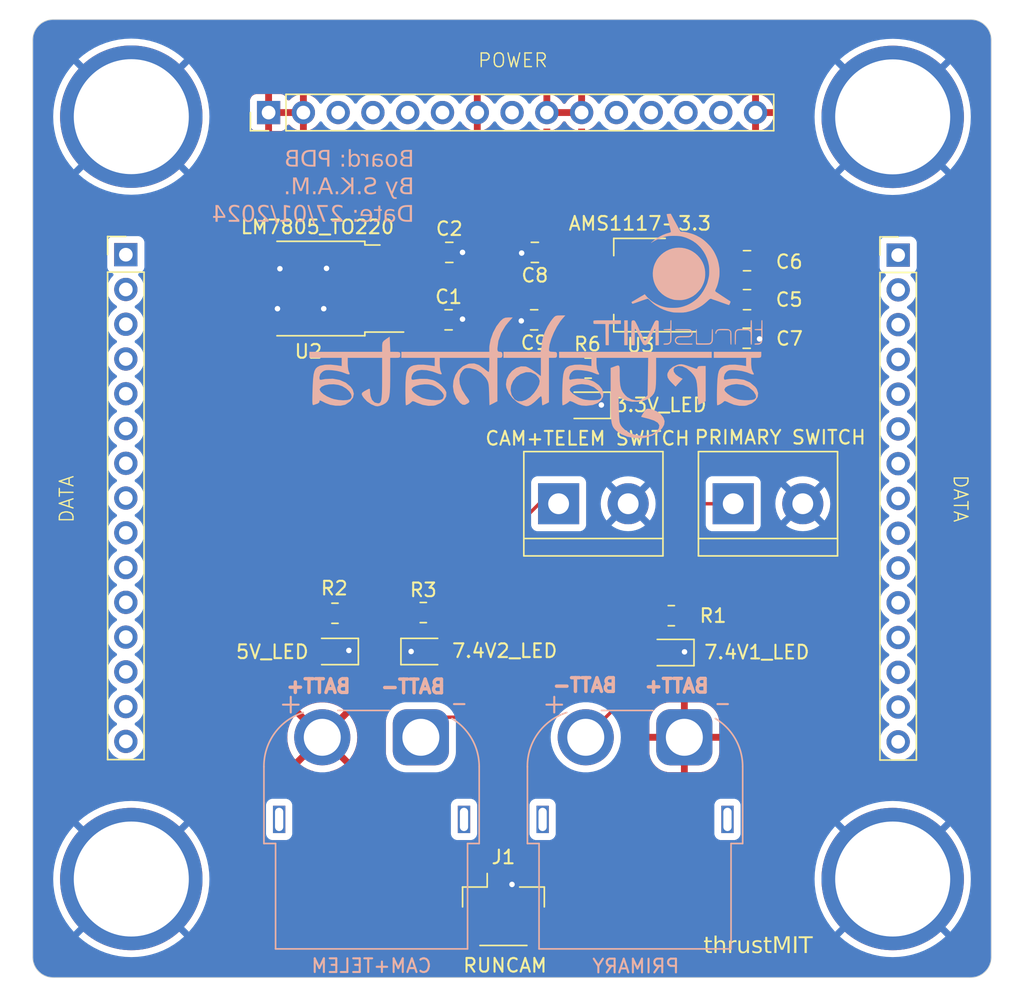
<source format=kicad_pcb>
(kicad_pcb (version 20221018) (generator pcbnew)
  (layers (0 "F.Cu" signal) (31 "B.Cu" signal) (34 "B.Paste" user) (35 "F.Paste" user) (36 "B.SilkS" user "B.Silkscreen") (37 "F.SilkS" user "F.Silkscreen") (38 "B.Mask" user) (39 "F.Mask" user) (44 "Edge.Cuts" user))
  (net 0 "")
  (net 1 "GND")
  (net 2 "5V")
  (net 34 "3.3V")
  (net 39 "7.4V2")
  (net 40 "7.4V1")
  (net 45 "Net-(C5-Pad2)")
  (net 46 "Net-(U3-GND)")
  (net 47 "Net-(D4-A)")
  (net 48 "Net-(D1-A)")
  (net 49 "Net-(D2-A)")
  (net 50 "Net-(D3-A)")
  (net 51 "7.4V1_SWITCH")
  (net 52 "7.4V2_SWITCH")
  (footprint "FC_Stack_template:FC_Stack_template" (layer "F.Cu") (at 127.9652 99.8728)
    (fp_text reference "U1" hide)
    (fp_text value "FC_stack")
    (fp_text user "DATA" (at -31.93 1.85 90 unlocked) (layer "F.SilkS") (effects (font (thickness 0.1)) (justify left bottom)))
    (fp_text user "DATA" (at 32.17 -1.8 -90 unlocked) (layer "F.SilkS") (effects (font (thickness 0.1)) (justify left bottom)))
    (fp_text user "thrustMIT" (at 13.98 33.41 unlocked) (layer "F.SilkS") (effects (font (size 1.2 1.2) (thickness 0.1)) (justify left bottom)))
    (fp_text user "POWER" (at -2.55 -31.43 unlocked) (layer "F.SilkS") (effects (font (thickness 0.1)) (justify left bottom)))
    (fp_line (start -35 33.5) (end -35 -33.5) (stroke (width 0.05)) (layer "Edge.Cuts"))
    (fp_line (start -33.5 -35) (end 33.5 -35) (stroke (width 0.05)) (layer "Edge.Cuts"))
    (fp_line (start 33.5 35) (end -33.5 35) (stroke (width 0.05)) (layer "Edge.Cuts"))
    (fp_line (start 35 -33.5) (end 35 33.5) (stroke (width 0.05)) (layer "Edge.Cuts"))
    (fp_arc (start -35 -33.5) (mid -34.56066 -34.56066) (end -33.5 -35) (stroke (width 0.05)) (layer "Edge.Cuts"))
    (fp_arc (start -33.5 35) (mid -34.56066 34.56066) (end -35 33.5) (stroke (width 0.05)) (layer "Edge.Cuts"))
    (fp_arc (start 33.5 -35) (mid 34.56066 -34.56066) (end 35 -33.5) (stroke (width 0.05)) (layer "Edge.Cuts"))
    (fp_arc (start 35 33.5) (mid 34.56066 34.56066) (end 33.5 35) (stroke (width 0.05)) (layer "Edge.Cuts"))
    (pad "1" thru_hole rect (at 28.2 -17.785) (size 1.7 1.7) (drill 1) (layers "*.Cu" "*.Mask"))
    (pad "2" thru_hole oval (at 28.2 -15.245) (size 1.7 1.7) (drill 1) (layers "*.Cu" "*.Mask"))
    (pad "3" thru_hole oval (at 28.2 -12.705) (size 1.7 1.7) (drill 1) (layers "*.Cu" "*.Mask"))
    (pad "4" thru_hole oval (at 28.2 -10.165) (size 1.7 1.7) (drill 1) (layers "*.Cu" "*.Mask"))
    (pad "5" thru_hole oval (at 28.2 -7.625) (size 1.7 1.7) (drill 1) (layers "*.Cu" "*.Mask"))
    (pad "6" thru_hole oval (at 28.2 -5.085) (size 1.7 1.7) (drill 1) (layers "*.Cu" "*.Mask"))
    (pad "7" thru_hole oval (at 28.2 -2.545) (size 1.7 1.7) (drill 1) (layers "*.Cu" "*.Mask"))
    (pad "8" thru_hole oval (at 28.2 -0.005) (size 1.7 1.7) (drill 1) (layers "*.Cu" "*.Mask"))
    (pad "9" thru_hole oval (at 28.2 2.535) (size 1.7 1.7) (drill 1) (layers "*.Cu" "*.Mask"))
    (pad "10" thru_hole oval (at 28.2 5.075) (size 1.7 1.7) (drill 1) (layers "*.Cu" "*.Mask"))
    (pad "11" thru_hole oval (at 28.2 7.615) (size 1.7 1.7) (drill 1) (layers "*.Cu" "*.Mask"))
    (pad "12" thru_hole oval (at 28.2 10.155) (size 1.7 1.7) (drill 1) (layers "*.Cu" "*.Mask"))
    (pad "13" thru_hole oval (at 28.2 12.695) (size 1.7 1.7) (drill 1) (layers "*.Cu" "*.Mask"))
    (pad "14" thru_hole oval (at 28.2 15.235) (size 1.7 1.7) (drill 1) (layers "*.Cu" "*.Mask"))
    (pad "15" thru_hole oval (at 28.2 17.775) (size 1.7 1.7) (drill 1) (layers "*.Cu" "*.Mask"))
    (pad "16" thru_hole oval (at -28.2 17.745) (size 1.7 1.7) (drill 1) (layers "*.Cu" "*.Mask"))
    (pad "17" thru_hole oval (at -28.2 15.205) (size 1.7 1.7) (drill 1) (layers "*.Cu" "*.Mask"))
    (pad "18" thru_hole oval (at -28.2 12.665) (size 1.7 1.7) (drill 1) (layers "*.Cu" "*.Mask"))
    (pad "19" thru_hole oval (at -28.2 10.125) (size 1.7 1.7) (drill 1) (layers "*.Cu" "*.Mask"))
    (pad "20" thru_hole oval (at -28.2 7.585) (size 1.7 1.7) (drill 1) (layers "*.Cu" "*.Mask"))
    (pad "21" thru_hole oval (at -28.2 5.045) (size 1.7 1.7) (drill 1) (layers "*.Cu" "*.Mask"))
    (pad "22" thru_hole oval (at -28.2 2.505) (size 1.7 1.7) (drill 1) (layers "*.Cu" "*.Mask"))
    (pad "23" thru_hole oval (at -28.2 -0.035) (size 1.7 1.7) (drill 1) (layers "*.Cu" "*.Mask"))
    (pad "24" thru_hole oval (at -28.2 -2.575) (size 1.7 1.7) (drill 1) (layers "*.Cu" "*.Mask"))
    (pad "25" thru_hole oval (at -28.2 -5.115) (size 1.7 1.7) (drill 1) (layers "*.Cu" "*.Mask"))
    (pad "26" thru_hole oval (at -28.2 -7.655) (size 1.7 1.7) (drill 1) (layers "*.Cu" "*.Mask"))
    (pad "27" thru_hole oval (at -28.2 -10.195) (size 1.7 1.7) (drill 1) (layers "*.Cu" "*.Mask"))
    (pad "28" thru_hole oval (at -28.2 -12.735) (size 1.7 1.7) (drill 1) (layers "*.Cu" "*.Mask"))
    (pad "29" thru_hole oval (at -28.2 -15.275) (size 1.7 1.7) (drill 1) (layers "*.Cu" "*.Mask"))
    (pad "30" thru_hole rect (at -28.2 -17.815) (size 1.7 1.7) (drill 1) (layers "*.Cu" "*.Mask"))
    (pad "31" thru_hole rect (at -17.775 -28.2 90) (size 1.7 1.7) (drill 1) (layers "*.Cu" "*.Mask") (net 2 "5V"))
    (pad "32" thru_hole oval (at -15.235 -28.2 90) (size 1.7 1.7) (drill 1) (layers "*.Cu" "*.Mask") (net 2 "5V"))
    (pad "33" thru_hole oval (at -12.695 -28.2 90) (size 1.7 1.7) (drill 1) (layers "*.Cu" "*.Mask"))
    (pad "34" thru_hole oval (at -10.155 -28.2 90) (size 1.7 1.7) (drill 1) (layers "*.Cu" "*.Mask"))
    (pad "35" thru_hole oval (at -7.615 -28.2 90) (size 1.7 1.7) (drill 1) (layers "*.Cu" "*.Mask"))
    (pad "36" thru_hole oval (at -5.075 -28.2 90) (size 1.7 1.7) (drill 1) (layers "*.Cu" "*.Mask"))
    (pad "37" thru_hole oval (at -2.535 -28.2 90) (size 1.7 1.7) (drill 1) (layers "*.Cu" "*.Mask") (net 34 "3.3V"))
    (pad "38" thru_hole oval (at 0.005 -28.2 90) (size 1.7 1.7) (drill 1) (layers "*.Cu" "*.Mask"))
    (pad "39" thru_hole oval (at 2.545 -28.2 90) (size 1.7 1.7) (drill 1) (layers "*.Cu" "*.Mask") (net 34 "3.3V"))
    (pad "40" thru_hole oval (at 5.085 -28.2 90) (size 1.7 1.7) (drill 1) (layers "*.Cu" "*.Mask") (net 34 "3.3V"))
    (pad "41" thru_hole oval (at 7.625 -28.2 90) (size 1.7 1.7) (drill 1) (layers "*.Cu" "*.Mask"))
    (pad "42" thru_hole oval (at 10.165 -28.2 90) (size 1.7 1.7) (drill 1) (layers "*.Cu" "*.Mask"))
    (pad "43" thru_hole oval (at 12.705 -28.2 90) (size 1.7 1.7) (drill 1) (layers "*.Cu" "*.Mask"))
    (pad "44" thru_hole oval (at 15.245 -28.2 90) (size 1.7 1.7) (drill 1) (layers "*.Cu" "*.Mask"))
    (pad "45" thru_hole oval (at 17.785 -28.2 90) (size 1.7 1.7) (drill 1) (layers "*.Cu" "*.Mask") (net 2 "5V"))
    (pad "49" thru_hole circle (at 27.8 27.8) (size 10.4 10.4) (drill 8.4) (layers "*.Cu" "*.Mask") (net 1 "GND"))
    (pad "50" thru_hole circle (at -27.8 27.8) (size 10.4 10.4) (drill 8.4) (layers "*.Cu" "*.Mask") (net 1 "GND"))
    (pad "51" thru_hole circle (at -27.8 -27.9) (size 10.4 10.4) (drill 8.4) (layers "*.Cu" "*.Mask") (net 1 "GND"))
    (pad "52" thru_hole circle (at 27.8 -27.885) (size 10.4 10.4) (drill 8.4) (layers "*.Cu" "*.Mask") (net 1 "GND"))
  )
  (footprint "LED_SMD:LED_0805_2012Metric" (layer "F.Cu") (at 115.0616 111.0488 180)
    (fp_text reference "5V_LED" (at 4.597 -0.0254) (layer "F.SilkS"))
    (fp_text value "LED")
    (pad "1" smd roundrect (at -0.9375 0 180) (size 0.975 1.4) (layers "F.Cu" "F.Paste" "F.Mask") (net 1 "GND"))
    (pad "2" smd roundrect (at 0.9375 0 180) (size 0.975 1.4) (layers "F.Cu" "F.Paste" "F.Mask") (net 49 "Net-(D2-A)"))
  )
  (footprint "Resistor_SMD:R_0805_2012Metric" (layer "F.Cu") (at 139.5984 108.4326 180)
    (fp_text reference "R1" (at -3.048 0) (layer "F.SilkS"))
    (fp_text value "220")
    (pad "1" smd roundrect (at -0.9125 0 180) (size 1.025 1.4) (layers "F.Cu" "F.Paste" "F.Mask") (roundrect_rratio 0.243902439) (net 40 "7.4V1"))
    (pad "2" smd roundrect (at 0.9125 0 180) (size 1.025 1.4) (layers "F.Cu" "F.Paste" "F.Mask") (roundrect_rratio 0.243902439) (net 48 "Net-(D1-A)"))
  )
  (footprint "LED_SMD:LED_0805_2012Metric" (layer "F.Cu") (at 139.5711 111.125 180)
    (fp_text reference "7.4V1_LED" (at -6.2757 0.0254) (layer "F.SilkS"))
    (fp_text value "LED")
    (pad "1" smd roundrect (at -0.9375 0 180) (size 0.975 1.4) (layers "F.Cu" "F.Paste" "F.Mask") (net 1 "GND"))
    (pad "2" smd roundrect (at 0.9375 0 180) (size 0.975 1.4) (layers "F.Cu" "F.Paste" "F.Mask") (net 48 "Net-(D1-A)"))
  )
  (footprint "TerminalBlock:TerminalBlock_bornier-2_P5.08mm" (layer "F.Cu") (at 144.1196 100.2538)
    (fp_text reference "PRIMARY SWITCH" (at 3.429 -4.8514) (layer "F.SilkS"))
    (fp_text value "Screw_Terminal_01x02" hide)
    (pad "1" thru_hole rect (at 0 0) (size 3 3) (drill 1.52) (layers "*.Cu" "*.Mask") (net 51 "7.4V1_SWITCH"))
    (pad "2" thru_hole circle (at 5.08 0) (size 3 3) (drill 1.52) (layers "*.Cu" "*.Mask") (net 1 "GND"))
  )
  (footprint "TerminalBlock:TerminalBlock_bornier-2_P5.08mm" (layer "F.Cu") (at 131.3688 100.2538)
    (fp_text reference "CAM+TELEM SWITCH" (at 2.1082 -4.7752) (layer "F.SilkS"))
    (fp_text value "Screw_Terminal_01x02" hide)
    (pad "1" thru_hole rect (at 0 0) (size 3 3) (drill 1.52) (layers "*.Cu" "*.Mask") (net 52 "7.4V2_SWITCH"))
    (pad "2" thru_hole circle (at 5.08 0) (size 3 3) (drill 1.52) (layers "*.Cu" "*.Mask") (net 1 "GND"))
  )
  (footprint "Resistor_SMD:R_0805_2012Metric" (layer "F.Cu") (at 121.4882 108.204)
    (fp_text reference "R3" (at 0 -1.65) (layer "F.SilkS"))
    (fp_text value "220")
    (pad "1" smd roundrect (at -0.9125 0) (size 1.025 1.4) (layers "F.Cu" "F.Paste" "F.Mask") (roundrect_rratio 0.243902) (net 39 "7.4V2"))
    (pad "2" smd roundrect (at 0.9125 0) (size 1.025 1.4) (layers "F.Cu" "F.Paste" "F.Mask") (roundrect_rratio 0.243902) (net 50 "Net-(D3-A)"))
  )
  (footprint "Capacitor_SMD:C_0805_2012Metric" (layer "F.Cu") (at 145.1288 85.343 180)
    (fp_text reference "C5" (at -3.0734 0 180) (layer "F.SilkS"))
    (fp_text value "10u")
    (pad "1" smd roundrect (at -0.95 0 180) (size 1 1.45) (layers "F.Cu" "F.Paste" "F.Mask") (net 40 "7.4V1"))
    (pad "2" smd roundrect (at 0.95 0 180) (size 1 1.45) (layers "F.Cu" "F.Paste" "F.Mask") (net 45 "Net-(C5-Pad2)"))
  )
  (footprint "Resistor_SMD:R_0805_2012Metric" (layer "F.Cu") (at 115.0385 108.2548 180)
    (fp_text reference "R2" (at 0.0508 1.8288) (layer "F.SilkS"))
    (fp_text value "220")
    (pad "1" smd roundrect (at -0.9125 0 180) (size 1.025 1.4) (layers "F.Cu" "F.Paste" "F.Mask") (roundrect_rratio 0.243902439) (net 2 "5V"))
    (pad "2" smd roundrect (at 0.9125 0 180) (size 1.025 1.4) (layers "F.Cu" "F.Paste" "F.Mask") (roundrect_rratio 0.243902439) (net 49 "Net-(D2-A)"))
  )
  (footprint "Capacitor_SMD:C_0805_2012Metric" (layer "F.Cu") (at 145.1034 88.1624)
    (fp_text reference "C7" (at 3.1242 0.0254) (layer "F.SilkS"))
    (fp_text value "100nF")
    (pad "1" smd roundrect (at -0.95 0) (size 1 1.45) (layers "F.Cu" "F.Paste" "F.Mask") (net 46 "Net-(U3-GND)"))
    (pad "2" smd roundrect (at 0.95 0) (size 1 1.45) (layers "F.Cu" "F.Paste" "F.Mask") (net 1 "GND"))
  )
  (footprint "Capacitor_SMD:C_0805_2012Metric" (layer "F.Cu") (at 123.3864 81.8886)
    (fp_text reference "C2" (at 0 -1.7272) (layer "F.SilkS"))
    (fp_text value "0.1u")
    (pad "1" smd roundrect (at -0.95 0) (size 1 1.45) (layers "F.Cu" "F.Paste" "F.Mask") (net 2 "5V"))
    (pad "2" smd roundrect (at 0.95 0) (size 1 1.45) (layers "F.Cu" "F.Paste" "F.Mask") (net 1 "GND"))
  )
  (footprint "Resistor_SMD:R_0805_2012Metric" (layer "F.Cu") (at 133.5259 90.3451 180)
    (fp_text reference "R6" (at 0.0508 1.7526) (layer "F.SilkS"))
    (fp_text value "56")
    (pad "1" smd roundrect (at -0.9125 0 180) (size 1.025 1.4) (layers "F.Cu" "F.Paste" "F.Mask") (roundrect_rratio 0.243902439) (net 34 "3.3V"))
    (pad "2" smd roundrect (at 0.9125 0 180) (size 1.025 1.4) (layers "F.Cu" "F.Paste" "F.Mask") (roundrect_rratio 0.243902439) (net 47 "Net-(D4-A)"))
  )
  (footprint "Capacitor_SMD:C_0805_2012Metric" (layer "F.Cu") (at 129.584 86.8162 180)
    (fp_text reference "C9" (at 0 -1.68) (layer "F.SilkS"))
    (fp_text value "100nF")
    (pad "1" smd roundrect (at -0.95 0 180) (size 1 1.45) (layers "F.Cu" "F.Paste" "F.Mask") (net 34 "3.3V"))
    (pad "2" smd roundrect (at 0.95 0 180) (size 1 1.45) (layers "F.Cu" "F.Paste" "F.Mask") (net 1 "GND"))
  )
  (footprint "LED_SMD:LED_0805_2012Metric" (layer "F.Cu") (at 121.539 111.0488)
    (fp_text reference "7.4V2_LED" (at 5.8928 -0.0508) (layer "F.SilkS"))
    (fp_text value "LED")
    (pad "1" smd roundrect (at -0.9375 0) (size 0.975 1.4) (layers "F.Cu" "F.Paste" "F.Mask") (net 1 "GND"))
    (pad "2" smd roundrect (at 0.9375 0) (size 0.975 1.4) (layers "F.Cu" "F.Paste" "F.Mask") (net 50 "Net-(D3-A)"))
  )
  (footprint "Connector_JST:JST_GH_SM02B-GHS-TB_1x02-1MP_P1.25mm_Horizontal" (layer "F.Cu") (at 127.3402 129.9676)
    (fp_text reference "J1" (at 0 -3.9) (layer "F.SilkS"))
    (fp_text value "Conn_01x02_Pin")
    (pad "1" smd roundrect (at -0.625 -1.85) (size 0.6 1.7) (layers "F.Cu" "F.Paste" "F.Mask") (net 2 "5V"))
    (pad "2" smd roundrect (at 0.625 -1.85) (size 0.6 1.7) (layers "F.Cu" "F.Paste" "F.Mask") (net 1 "GND"))
    (pad "MP" smd roundrect (at -2.475 1.35) (size 1 2.7) (layers "F.Cu" "F.Paste" "F.Mask"))
    (pad "MP" smd roundrect (at 2.475 1.35) (size 1 2.7) (layers "F.Cu" "F.Paste" "F.Mask"))
  )
  (footprint "LED_SMD:LED_0805_2012Metric" (layer "F.Cu") (at 133.5028 93.0629 180)
    (fp_text reference "3.3V_LED" (at -5.3082 0.0227) (layer "F.SilkS"))
    (fp_text value "LED")
    (pad "1" smd roundrect (at -0.9375 0 180) (size 0.975 1.4) (layers "F.Cu" "F.Paste" "F.Mask") (net 1 "GND"))
    (pad "2" smd roundrect (at 0.9375 0 180) (size 0.975 1.4) (layers "F.Cu" "F.Paste" "F.Mask") (net 47 "Net-(D4-A)"))
  )
  (footprint "Package_TO_SOT_SMD:SOT-223-3_TabPin2" (layer "F.Cu") (at 137.3056 84.2762 180)
    (fp_text reference "U3" (at -0.0576 -4.3952) (layer "F.SilkS"))
    (fp_text value "AMS1117-3.3" (at 0 4.5) (layer "F.SilkS"))
    (pad "1" smd rect (at -3.15 -2.3 180) (size 2 1.5) (layers "F.Cu" "F.Paste" "F.Mask") (net 46 "Net-(U3-GND)"))
    (pad "2" smd rect (at -3.15 0 180) (size 2 1.5) (layers "F.Cu" "F.Paste" "F.Mask") (net 34 "3.3V"))
    (pad "2" smd rect (at 3.15 0 180) (size 2 3.8) (layers "F.Cu" "F.Paste" "F.Mask") (net 34 "3.3V"))
    (pad "3" smd rect (at -3.15 2.3 180) (size 2 1.5) (layers "F.Cu" "F.Paste" "F.Mask") (net 40 "7.4V1"))
  )
  (footprint "Capacitor_SMD:C_0805_2012Metric" (layer "F.Cu") (at 145.1288 82.4982 180)
    (fp_text reference "C6" (at -3.0802 -0.0772 180) (layer "F.SilkS"))
    (fp_text value "100nF")
    (pad "1" smd roundrect (at -0.95 0 180) (size 1 1.45) (layers "F.Cu" "F.Paste" "F.Mask") (net 40 "7.4V1"))
    (pad "2" smd roundrect (at 0.95 0 180) (size 1 1.45) (layers "F.Cu" "F.Paste" "F.Mask") (net 45 "Net-(C5-Pad2)"))
  )
  (footprint "Package_TO_SOT_SMD:TO-252-2" (layer "F.Cu") (at 113.9104 84.5302 180)
    (fp_text reference "U2" (at 0.811 -4.5974) (layer "F.SilkS"))
    (fp_text value "LM7805_TO220" (at 0.1506 4.4958) (layer "F.SilkS"))
    (pad "1" smd roundrect (at -5.04 -2.28 180) (size 2.2 1.2) (layers "F.Cu" "F.Paste" "F.Mask") (roundrect_rratio 0.2083333333) (net 39 "7.4V2"))
    (pad "2" smd roundrect (at -0.415 -1.525 180) (size 3.05 2.75) (layers "F.Cu" "F.Paste") (roundrect_rratio 0.09090909091) (net 1 "GND"))
    (pad "2" smd roundrect (at -0.415 1.525 180) (size 3.05 2.75) (layers "F.Cu" "F.Paste") (roundrect_rratio 0.09090909091) (net 1 "GND"))
    (pad "2" smd roundrect (at 1.26 0 180) (size 6.4 5.8) (layers "F.Cu" "F.Mask") (roundrect_rratio 0.04310293103) (net 1 "GND"))
    (pad "2" smd roundrect (at 2.935 -1.525 180) (size 3.05 2.75) (layers "F.Cu" "F.Paste") (roundrect_rratio 0.09090909091) (net 1 "GND"))
    (pad "2" smd roundrect (at 2.935 1.525 180) (size 3.05 2.75) (layers "F.Cu" "F.Paste") (roundrect_rratio 0.09090909091) (net 1 "GND"))
    (pad "3" smd roundrect (at -5.04 2.28 180) (size 2.2 1.2) (layers "F.Cu" "F.Paste" "F.Mask") (roundrect_rratio 0.2083333333) (net 2 "5V"))
  )
  (footprint "Capacitor_SMD:C_0805_2012Metric" (layer "F.Cu") (at 129.6348 81.8886 180)
    (fp_text reference "C8" (at 0 -1.68) (layer "F.SilkS"))
    (fp_text value "10u")
    (pad "1" smd roundrect (at -0.95 0 180) (size 1 1.45) (layers "F.Cu" "F.Paste" "F.Mask") (net 34 "3.3V"))
    (pad "2" smd roundrect (at 0.95 0 180) (size 1 1.45) (layers "F.Cu" "F.Paste" "F.Mask") (net 1 "GND"))
  )
  (footprint "Capacitor_SMD:C_0805_2012Metric" (layer "F.Cu") (at 123.3356 86.8162)
    (fp_text reference "C1" (at 0 -1.68) (layer "F.SilkS"))
    (fp_text value "0.33u")
    (pad "1" smd roundrect (at -0.95 0) (size 1 1.45) (layers "F.Cu" "F.Paste" "F.Mask") (net 39 "7.4V2"))
    (pad "2" smd roundrect (at 0.95 0) (size 1 1.45) (layers "F.Cu" "F.Paste" "F.Mask") (net 1 "GND"))
  )
  (footprint "Connector_AMASS:AMASS_XT60PW-F_1x02_P7.20mm_Horizontal" (layer "B.Cu") (at 121.31 117.317)
    (fp_text reference "CAM+TELEM" (at -3.6064 16.6934) (layer "B.SilkS") (effects (justify mirror)))
    (fp_text value "Conn_01x02_Pin")
    (fp_text user "-" (at 2.8 -2.5) (layer "B.SilkS") (effects (justify mirror)))
    (fp_text user "+" (at -9.5 -2.5) (layer "B.SilkS") (effects (font (size 1.5 1.5)) (justify mirror)))
    (pad "" thru_hole rect (at -10.35 6) (size 0.9 2) (drill oval 0.6 1.7) (layers "*.Cu" "*.Mask"))
    (pad "" thru_hole rect (at 3.15 6) (size 0.9 2) (drill oval 0.6 1.7) (layers "*.Cu" "*.Mask"))
    (pad "1" thru_hole roundrect (at 0 0) (size 4.1 4.1) (drill 2.7) (layers "*.Cu" "*.Mask") (net 52 "7.4V2_SWITCH"))
    (pad "2" thru_hole circle (at -7.2 0) (size 4.1 4.1) (drill 2.7) (layers "*.Cu" "*.Mask") (net 39 "7.4V2"))
  )
  (footprint "LOGO" (layer "B.Cu") (at 124.97865 91.515396 180)
    (fp_text reference "G***" hide)
    (fp_text value "LOGO" hide)
  )
  (footprint "Connector_AMASS:AMASS_XT60PW-F_1x02_P7.20mm_Horizontal" (layer "B.Cu") (at 140.5504 117.317)
    (fp_text reference "PRIMARY" (at -3.5428 16.7188) (layer "B.SilkS") (effects (justify mirror)))
    (fp_text value "Conn_01x02_Pin")
    (fp_text user "+" (at -9.5 -2.5) (layer "B.SilkS") (effects (font (size 1.5 1.5)) (justify mirror)))
    (fp_text user "-" (at 2.8 -2.5) (layer "B.SilkS") (effects (justify mirror)))
    (pad "" thru_hole rect (at -10.35 6) (size 0.9 2) (drill oval 0.6 1.7) (layers "*.Cu" "*.Mask"))
    (pad "" thru_hole rect (at 3.15 6) (size 0.9 2) (drill oval 0.6 1.7) (layers "*.Cu" "*.Mask"))
    (pad "1" thru_hole roundrect (at 0 0) (size 4.1 4.1) (drill 2.7) (layers "*.Cu" "*.Mask") (net 40 "7.4V1"))
    (pad "2" thru_hole circle (at -7.2 0) (size 4.1 4.1) (drill 2.7) (layers "*.Cu" "*.Mask") (net 51 "7.4V1_SWITCH"))
  )
  (footprint "LOGO" (layer "B.Cu") (at 140.182913 83.257136 180)
    (fp_text reference "G***" hide)
    (fp_text value "LOGO" hide)
  )
  (gr_text "BATT+" (at 142.4686 114.1476) (layer "B.SilkS") (effects (font (size 1 1) (thickness 0.25) bold) (justify left bottom mirror)))
  (gr_text "BATT-" (at 123.2154 114.1984) (layer "B.SilkS") (effects (font (size 1 1) (thickness 0.25) bold) (justify left bottom mirror)))
  (gr_text "Board: PDB\nBy S.K.A.M.\nDate: 27/01/2024" (at 120.8278 79.8576) (layer "B.SilkS") (effects (font (size 1.2 1.2)) (justify left bottom mirror)))
  (gr_text "BATT-" (at 135.763 114.0968) (layer "B.SilkS") (effects (font (size 1 1) (thickness 0.25) bold) (justify left bottom mirror)))
  (gr_text "BATT+" (at 116.3066 114.173) (layer "B.SilkS") (effects (font (size 1 1) (thickness 0.25) bold) (justify left bottom mirror)))
  (gr_text "RUNCAM" (at 124.3076 134.5692) (layer "F.SilkS") (effects (font (size 1 1)) (justify left bottom)))
  (segment (start 120.5757 111.023) (end 120.5992 111.0465) (width 0.25) (layer "F.Cu") (net 1))
  (segment (start 120.6015 111.0488) (end 120.6015 111.0488) (width 0.25) (layer "F.Cu") (net 1))
  (segment (start 120.5992 111.0488) (end 120.6015 111.0488) (width 0.25) (layer "F.Cu") (net 1))
  (segment (start 120.5992 111.0465) (end 120.5992 111.0488) (width 0.25) (layer "F.Cu") (net 1))
  (via (at 116.0526 110.9726) (size 0.8) (drill 0.4) (layers "F.Cu" "B.Cu") (net 1))
  (via (at 110.8388 86.0034) (size 0.8) (drill 0.4) (layers "F.Cu" "B.Cu") (net 1))
  (via (at 124.3516 86.7654) (size 0.8) (drill 0.4) (layers "F.Cu" "B.Cu") (net 1))
  (via (at 128.6696 81.9394) (size 0.8) (drill 0.4) (layers "F.Cu" "B.Cu") (net 1))
  (via (at 120.5992 111.0488) (size 0.8) (drill 0.4) (layers "F.Cu" "B.Cu") (net 1))
  (via (at 134.4911 93.0375) (size 0.8) (drill 0.4) (layers "F.Cu" "B.Cu") (net 1))
  (via (at 127.9652 128.0668) (size 0.8) (drill 0.4) (layers "F.Cu" "B.Cu") (net 1))
  (via (at 111.0166 83.0824) (size 0.8) (drill 0.4) (layers "F.Cu" "B.Cu") (net 1))
  (via (at 140.5636 111.0742) (size 0.8) (drill 0.4) (layers "F.Cu" "B.Cu") (net 1))
  (via (at 114.217 86.0034) (size 0.8) (drill 0.4) (layers "F.Cu" "B.Cu") (net 1))
  (via (at 128.6442 86.8924) (size 0.8) (drill 0.4) (layers "F.Cu" "B.Cu") (net 1))
  (via (at 114.4202 83.057) (size 0.8) (drill 0.4) (layers "F.Cu" "B.Cu") (net 1))
  (via (at 124.3516 81.8886) (size 0.8) (drill 0.4) (layers "F.Cu" "B.Cu") (net 1))
  (via (at 146.0432 88.2132) (size 0.8) (drill 0.4) (layers "F.Cu" "B.Cu") (net 1))
  (segment (start 144.1788 82.4982) (end 144.1788 85.343) (width 0.25) (layer "F.Cu") (net 45))
  (segment (start 140.4556 86.5762) (end 142.5672 86.5762) (width 0.25) (layer "F.Cu") (net 46))
  (segment (start 142.5672 86.5762) (end 144.1534 88.1624) (width 0.25) (layer "F.Cu") (net 46))
  (segment (start 132.6134 90.3451) (end 132.6134 93.0148) (width 0.25) (layer "F.Cu") (net 47))
  (segment (start 132.6134 93.0148) (end 132.5653 93.0629) (width 0.25) (layer "F.Cu") (net 47))
  (segment (start 138.6859 108.4326) (end 138.6859 111.0727) (width 0.25) (layer "F.Cu") (net 48))
  (segment (start 138.6859 111.0727) (end 138.6336 111.125) (width 0.25) (layer "F.Cu") (net 48))
  (segment (start 114.126 108.2548) (end 114.126 111.0469) (width 0.25) (layer "F.Cu") (net 49))
  (segment (start 114.126 111.0469) (end 114.1241 111.0488) (width 0.25) (layer "F.Cu") (net 49))
  (segment (start 122.4007 108.204) (end 122.4007 110.973) (width 0.25) (layer "F.Cu") (net 50))
  (segment (start 122.4007 110.973) (end 122.4765 111.0488) (width 0.25) (layer "F.Cu") (net 50))
  (segment (start 141.7574 100.2538) (end 136.8552 105.156) (width 0.25) (layer "F.Cu") (net 51))
  (segment (start 144.1196 100.2538) (end 141.7574 100.2538) (width 0.25) (layer "F.Cu") (net 51))
  (segment (start 136.8552 113.8122) (end 133.3504 117.317) (width 0.25) (layer "F.Cu") (net 51))
  (segment (start 136.8552 105.156) (end 136.8552 113.8122) (width 0.25) (layer "F.Cu") (net 51))
  (segment (start 124.1806 115.8494) (end 122.7776 115.8494) (width 0.25) (layer "F.Cu") (net 52))
  (segment (start 129.9464 100.2538) (end 124.1806 106.0196) (width 0.25) (layer "F.Cu") (net 52))
  (segment (start 122.7776 115.8494) (end 121.31 117.317) (width 0.25) (layer "F.Cu") (net 52))
  (segment (start 124.1806 106.0196) (end 124.1806 115.8494) (width 0.25) (layer "F.Cu") (net 52))
  (segment (start 131.3688 100.2538) (end 129.9464 100.2538) (width 0.25) (layer "F.Cu") (net 52))
  (zone (net 34) (net_name "3.3V") (layer "F.Cu") (priority 5) (connect_pads (clearance 0.508)) (min_thickness 0.25) (fill yes (thermal_gap 0.5) (thermal_bridge_width 0.5))
    (polygon (pts (xy 124.206 73.5076) (xy 126.746 73.5076) (xy 126.746 69.6976) (xy 129.286 69.6976) (xy 129.286 72.8472) (xy 134.366 72.8472) (xy 134.366 68.4276) (xy 124.206 68.4784) (xy 124.206 71.0692)))
  )
  (zone (net 40) (net_name "7.4V1") (layer "F.Cu") (priority 8) (connect_pads (clearance 0.508)) (min_thickness 0.25) (fill yes (thermal_gap 0.5) (thermal_bridge_width 0.5))
    (polygon (pts (xy 147.0914 86.5124) (xy 151.5364 86.5124) (xy 151.638 113.9444) (xy 137.668 113.9444) (xy 137.6426 120.6246) (xy 154.1018 120.6754) (xy 154.1272 84.1756) (xy 147.0914 84.201)))
  )
  (zone (net 2) (net_name "5V") (layer "F.Cu") (priority 11) (connect_pads (clearance 0.508)) (min_thickness 0.25) (fill yes (thermal_gap 0.5) (thermal_bridge_width 0.5))
    (polygon (pts (xy 107.4166 78.0796) (xy 109.728 78.105) (xy 109.728 80.9498) (xy 105.1814 80.9498) (xy 105.2576 118.8466) (xy 109.3724 118.7958) (xy 109.3978 125.984) (xy 125.9586 125.9586) (xy 127.3302 125.9586) (xy 127.3556 129.4384) (xy 107.4674 129.4638) (xy 107.3404 121.8438) (xy 107.3658 120.8532) (xy 102.997 120.8532) (xy 102.87 78.1304) (xy 102.87 78.0542) (xy 107.442 78.105)))
  )
  (zone (net 2) (net_name "5V") (layer "F.Cu") (priority 12) (connect_pads (clearance 0.508)) (min_thickness 0.25) (fill yes (thermal_gap 0.5) (thermal_bridge_width 0.5))
    (polygon (pts (xy 104.6226 101.3206) (xy 104.648 103.5558) (xy 114.9604 103.5558) (xy 114.9604 109.8804) (xy 117.0432 109.8804) (xy 117.094 101.4222) (xy 104.6226 101.3968)))
  )
  (zone (net 2) (net_name "5V") (layer "F.Cu") (priority 2) (connect_pads (clearance 0.508)) (min_thickness 0.25) (fill yes (thermal_gap 0.5) (thermal_bridge_width 0.5))
    (polygon (pts (xy 108.6104 70.4596) (xy 108.6104 73.406) (xy 114.046 73.406) (xy 113.9952 67.3608) (xy 144.526 67.2084) (xy 144.5006 73.5584) (xy 147.447 73.5838) (xy 147.4724 65.3034) (xy 108.6104 65.4812) (xy 108.5596 65.4812)))
  )
  (zone (net 39) (net_name "7.4V2") (layer "F.Cu") (priority 1) (connect_pads (clearance 0.508)) (min_thickness 0.25) (fill yes (thermal_gap 0.5) (thermal_bridge_width 0.5))
    (polygon (pts (xy 123.444 85.5472) (xy 123.4694 103.6574) (xy 121.6152 103.6574) (xy 121.5136 103.6574) (xy 121.4882 109.6264) (xy 118.8974 109.601) (xy 118.8466 120.0912) (xy 110.7694 119.9896) (xy 110.7948 114.3508) (xy 117.0432 114.3254) (xy 117.4496 114.3254) (xy 117.348 85.5726) (xy 117.475 85.5726)))
  )
  (zone (net 40) (net_name "7.4V1") (layer "F.Cu") (priority 7) (connect_pads (clearance 0.508)) (min_thickness 0.25) (fill yes (thermal_gap 0.5) (thermal_bridge_width 0.5))
    (polygon (pts (xy 142.3162 83.1088) (xy 142.3162 80.3402) (xy 145.1102 80.3402) (xy 145.0848 86.6394) (xy 147.2438 86.6394) (xy 147.2692 78.5368) (xy 138.8872 78.5114) (xy 138.9126 83.1088)))
  )
  (zone (net 34) (net_name "3.3V") (layer "F.Cu") (priority 13) (connect_pads (clearance 0.508)) (min_thickness 0.25) (fill yes (thermal_gap 0.5) (thermal_bridge_width 0.5))
    (polygon (pts (xy 133.5024 91.694) (xy 135.7884 91.694) (xy 135.7884 88.1888) (xy 133.5024 88.1634) (xy 133.5024 89.4334)))
  )
  (zone (net 34) (net_name "3.3V") (layer "F.Cu") (priority 6) (connect_pads (clearance 0.508)) (min_thickness 0.25) (fill yes (thermal_gap 0.5) (thermal_bridge_width 0.5))
    (polygon (pts (xy 142.3162 83.2358) (xy 142.3162 85.4456) (xy 135.89 85.4456) (xy 135.89 83.2358) (xy 139.5476 83.2358)))
  )
  (zone (net 40) (net_name "7.4V1") (layer "F.Cu") (priority 10) (connect_pads (clearance 0.508)) (min_thickness 0.25) (fill yes (thermal_gap 0.5) (thermal_bridge_width 0.5))
    (polygon (pts (xy 139.4714 107.4166) (xy 139.4968 109.6518) (xy 141.986 109.6264) (xy 141.986 114.2746) (xy 143.9164 114.2492) (xy 143.9164 106.7816) (xy 139.4714 106.7816)))
  )
  (zone (net 34) (net_name "3.3V") (layer "F.Cu") (priority 3) (connect_pads (clearance 0.508)) (min_thickness 0.25) (fill yes (thermal_gap 0.5) (thermal_bridge_width 0.5))
    (polygon (pts (xy 134.366 72.7964) (xy 134.366 81.4578) (xy 136.144 81.4832) (xy 136.144 88.4936) (xy 129.54 88.4682) (xy 129.667 72.7964)))
  )
  (zone (net 34) (net_name "3.3V") (layer "F.Cu") (priority 4) (connect_pads (clearance 0.508)) (min_thickness 0.25) (fill yes (thermal_gap 0.5) (thermal_bridge_width 0.5))
    (polygon (pts (xy 126.746 73.1012) (xy 126.746 74.041) (xy 130.4036 74.041) (xy 130.4036 75.4888) (xy 124.206 75.4888) (xy 124.206 73.1012)))
  )
  (zone (net 2) (net_name "5V") (layer "F.Cu") (connect_pads (clearance 0.508)) (min_thickness 0.25) (fill yes (thermal_gap 0.5) (thermal_bridge_width 0.5))
    (polygon (pts (xy 113.9444 73.1266) (xy 113.9444 79.883) (xy 120.523 79.9084) (xy 123.3678 79.9084) (xy 123.3678 83.5152) (xy 116.6114 83.5152) (xy 116.6114 80.9498) (xy 108.6866 80.9752) (xy 108.6358 73.152) (xy 108.6358 73.1266)))
  )
  (zone (net 1) (net_name "GND") (layer "B.Cu") (priority 9) (connect_pads (clearance 0.508)) (min_thickness 0.25) (fill yes (thermal_gap 0.5) (thermal_bridge_width 0.5))
    (polygon (pts (xy 91.6432 63.4746) (xy 165.1254 63.4746) (xy 165.354 136.652) (xy 90.5764 136.5504) (xy 90.6526 63.4746) (xy 91.6686 63.4492)))
  )
)
</source>
